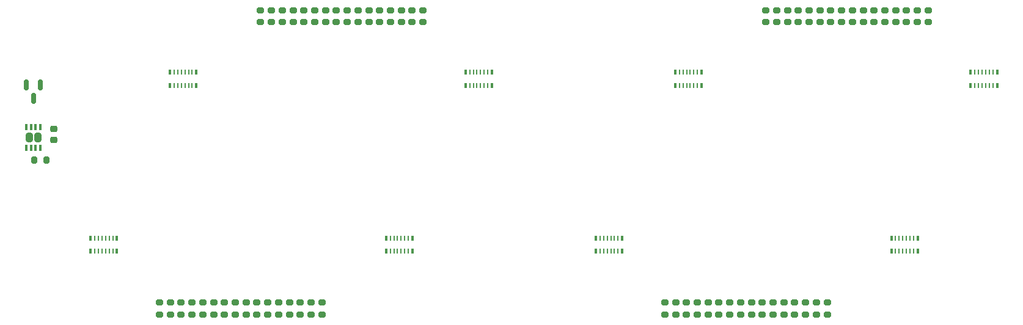
<source format=gbr>
G04 #@! TF.GenerationSoftware,KiCad,Pcbnew,9.0.6*
G04 #@! TF.CreationDate,2025-12-09T20:29:38+01:00*
G04 #@! TF.ProjectId,OM-64DO,4f4d2d36-3444-44f2-9e6b-696361645f70,1A*
G04 #@! TF.SameCoordinates,Original*
G04 #@! TF.FileFunction,Paste,Bot*
G04 #@! TF.FilePolarity,Positive*
%FSLAX46Y46*%
G04 Gerber Fmt 4.6, Leading zero omitted, Abs format (unit mm)*
G04 Created by KiCad (PCBNEW 9.0.6) date 2025-12-09 20:29:38*
%MOMM*%
%LPD*%
G01*
G04 APERTURE LIST*
G04 Aperture macros list*
%AMRoundRect*
0 Rectangle with rounded corners*
0 $1 Rounding radius*
0 $2 $3 $4 $5 $6 $7 $8 $9 X,Y pos of 4 corners*
0 Add a 4 corners polygon primitive as box body*
4,1,4,$2,$3,$4,$5,$6,$7,$8,$9,$2,$3,0*
0 Add four circle primitives for the rounded corners*
1,1,$1+$1,$2,$3*
1,1,$1+$1,$4,$5*
1,1,$1+$1,$6,$7*
1,1,$1+$1,$8,$9*
0 Add four rect primitives between the rounded corners*
20,1,$1+$1,$2,$3,$4,$5,0*
20,1,$1+$1,$4,$5,$6,$7,0*
20,1,$1+$1,$6,$7,$8,$9,0*
20,1,$1+$1,$8,$9,$2,$3,0*%
G04 Aperture macros list end*
%ADD10R,0.425000X0.800000*%
%ADD11R,0.250000X0.800000*%
%ADD12RoundRect,0.200000X0.275000X-0.200000X0.275000X0.200000X-0.275000X0.200000X-0.275000X-0.200000X0*%
%ADD13RoundRect,0.200000X-0.200000X-0.275000X0.200000X-0.275000X0.200000X0.275000X-0.200000X0.275000X0*%
%ADD14RoundRect,0.200000X-0.275000X0.200000X-0.275000X-0.200000X0.275000X-0.200000X0.275000X0.200000X0*%
%ADD15RoundRect,0.150000X-0.150000X0.587500X-0.150000X-0.587500X0.150000X-0.587500X0.150000X0.587500X0*%
%ADD16RoundRect,0.225000X0.250000X-0.225000X0.250000X0.225000X-0.250000X0.225000X-0.250000X-0.225000X0*%
%ADD17RoundRect,0.242500X0.242500X-0.402500X0.242500X0.402500X-0.242500X0.402500X-0.242500X-0.402500X0*%
%ADD18RoundRect,0.075000X0.075000X-0.362500X0.075000X0.362500X-0.075000X0.362500X-0.075000X-0.362500X0*%
G04 APERTURE END LIST*
D10*
G04 #@! TO.C,RN501*
X214062500Y-117900000D03*
D11*
X213475000Y-117900000D03*
X212975000Y-117900000D03*
X212475000Y-117900000D03*
X211975000Y-117900000D03*
X211475000Y-117900000D03*
X210975000Y-117900000D03*
D10*
X210387500Y-117900000D03*
X210387500Y-116100000D03*
D11*
X210975000Y-116100000D03*
X211475000Y-116100000D03*
X211975000Y-116100000D03*
X212475000Y-116100000D03*
X212975000Y-116100000D03*
X213475000Y-116100000D03*
D10*
X214062500Y-116100000D03*
G04 #@! TD*
G04 #@! TO.C,RN202*
X151387500Y-93100000D03*
D11*
X151975000Y-93100000D03*
X152475000Y-93100000D03*
X152975000Y-93100000D03*
X153475000Y-93100000D03*
X153975000Y-93100000D03*
X154475000Y-93100000D03*
D10*
X155062500Y-93100000D03*
X155062500Y-94900000D03*
D11*
X154475000Y-94900000D03*
X153975000Y-94900000D03*
X153475000Y-94900000D03*
X152975000Y-94900000D03*
X152475000Y-94900000D03*
X151975000Y-94900000D03*
D10*
X151387500Y-94900000D03*
G04 #@! TD*
G04 #@! TO.C,RN302*
X221387500Y-93100000D03*
D11*
X221975000Y-93100000D03*
X222475000Y-93100000D03*
X222975000Y-93100000D03*
X223475000Y-93100000D03*
X223975000Y-93100000D03*
X224475000Y-93100000D03*
D10*
X225062500Y-93100000D03*
X225062500Y-94900000D03*
D11*
X224475000Y-94900000D03*
X223975000Y-94900000D03*
X223475000Y-94900000D03*
X222975000Y-94900000D03*
X222475000Y-94900000D03*
X221975000Y-94900000D03*
D10*
X221387500Y-94900000D03*
G04 #@! TD*
G04 #@! TO.C,RN201*
X110437500Y-93100000D03*
D11*
X111025000Y-93100000D03*
X111525000Y-93100000D03*
X112025000Y-93100000D03*
X112525000Y-93100000D03*
X113025000Y-93100000D03*
X113525000Y-93100000D03*
D10*
X114112500Y-93100000D03*
X114112500Y-94900000D03*
D11*
X113525000Y-94900000D03*
X113025000Y-94900000D03*
X112525000Y-94900000D03*
X112025000Y-94900000D03*
X111525000Y-94900000D03*
X111025000Y-94900000D03*
D10*
X110437500Y-94900000D03*
G04 #@! TD*
G04 #@! TO.C,RN401*
X144062500Y-117900000D03*
D11*
X143475000Y-117900000D03*
X142975000Y-117900000D03*
X142475000Y-117900000D03*
X141975000Y-117900000D03*
X141475000Y-117900000D03*
X140975000Y-117900000D03*
D10*
X140387500Y-117900000D03*
X140387500Y-116100000D03*
D11*
X140975000Y-116100000D03*
X141475000Y-116100000D03*
X141975000Y-116100000D03*
X142475000Y-116100000D03*
X142975000Y-116100000D03*
X143475000Y-116100000D03*
D10*
X144062500Y-116100000D03*
G04 #@! TD*
G04 #@! TO.C,RN502*
X173112500Y-117900000D03*
D11*
X172525000Y-117900000D03*
X172025000Y-117900000D03*
X171525000Y-117900000D03*
X171025000Y-117900000D03*
X170525000Y-117900000D03*
X170025000Y-117900000D03*
D10*
X169437500Y-117900000D03*
X169437500Y-116100000D03*
D11*
X170025000Y-116100000D03*
X170525000Y-116100000D03*
X171025000Y-116100000D03*
X171525000Y-116100000D03*
X172025000Y-116100000D03*
X172525000Y-116100000D03*
D10*
X173112500Y-116100000D03*
G04 #@! TD*
G04 #@! TO.C,RN301*
X180437500Y-93100000D03*
D11*
X181025000Y-93100000D03*
X181525000Y-93100000D03*
X182025000Y-93100000D03*
X182525000Y-93100000D03*
X183025000Y-93100000D03*
X183525000Y-93100000D03*
D10*
X184112500Y-93100000D03*
X184112500Y-94900000D03*
D11*
X183525000Y-94900000D03*
X183025000Y-94900000D03*
X182525000Y-94900000D03*
X182025000Y-94900000D03*
X181525000Y-94900000D03*
X181025000Y-94900000D03*
D10*
X180437500Y-94900000D03*
G04 #@! TD*
G04 #@! TO.C,RN402*
X103112500Y-117900000D03*
D11*
X102525000Y-117900000D03*
X102025000Y-117900000D03*
X101525000Y-117900000D03*
X101025000Y-117900000D03*
X100525000Y-117900000D03*
X100025000Y-117900000D03*
D10*
X99437500Y-117900000D03*
X99437500Y-116100000D03*
D11*
X100025000Y-116100000D03*
X100525000Y-116100000D03*
X101025000Y-116100000D03*
X101525000Y-116100000D03*
X102025000Y-116100000D03*
X102525000Y-116100000D03*
D10*
X103112500Y-116100000D03*
G04 #@! TD*
D12*
G04 #@! TO.C,R317*
X214000000Y-86150000D03*
X214000000Y-84500000D03*
G04 #@! TD*
D13*
G04 #@! TO.C,R102*
X91675000Y-105225000D03*
X93325000Y-105225000D03*
G04 #@! TD*
D12*
G04 #@! TO.C,R318*
X215500000Y-86150000D03*
X215500000Y-84500000D03*
G04 #@! TD*
D14*
G04 #@! TO.C,R506*
X197000000Y-125000000D03*
X197000000Y-126650000D03*
G04 #@! TD*
D15*
G04 #@! TO.C,D101*
X90575000Y-94850000D03*
X92475000Y-94850000D03*
X91525000Y-96725000D03*
G04 #@! TD*
D14*
G04 #@! TO.C,R505*
X198500000Y-125000000D03*
X198500000Y-126650000D03*
G04 #@! TD*
D12*
G04 #@! TO.C,R214*
X139500000Y-86150000D03*
X139500000Y-84500000D03*
G04 #@! TD*
D14*
G04 #@! TO.C,R516*
X182000000Y-125000000D03*
X182000000Y-126650000D03*
G04 #@! TD*
D12*
G04 #@! TO.C,R208*
X130500000Y-86150000D03*
X130500000Y-84500000D03*
G04 #@! TD*
G04 #@! TO.C,R313*
X208000000Y-86150000D03*
X208000000Y-84500000D03*
G04 #@! TD*
G04 #@! TO.C,R304*
X194500000Y-86150000D03*
X194500000Y-84500000D03*
G04 #@! TD*
G04 #@! TO.C,R216*
X142500000Y-86150000D03*
X142500000Y-84500000D03*
G04 #@! TD*
D14*
G04 #@! TO.C,R410*
X121000000Y-125000000D03*
X121000000Y-126650000D03*
G04 #@! TD*
D12*
G04 #@! TO.C,R315*
X211000000Y-86150000D03*
X211000000Y-84500000D03*
G04 #@! TD*
G04 #@! TO.C,R203*
X123000000Y-86150000D03*
X123000000Y-84500000D03*
G04 #@! TD*
G04 #@! TO.C,R303*
X193000000Y-86150000D03*
X193000000Y-84500000D03*
G04 #@! TD*
D14*
G04 #@! TO.C,R514*
X185000000Y-125000000D03*
X185000000Y-126650000D03*
G04 #@! TD*
D12*
G04 #@! TO.C,R308*
X200500000Y-86150000D03*
X200500000Y-84500000D03*
G04 #@! TD*
G04 #@! TO.C,R312*
X206500000Y-86150000D03*
X206500000Y-84500000D03*
G04 #@! TD*
G04 #@! TO.C,R307*
X199000000Y-86150000D03*
X199000000Y-84500000D03*
G04 #@! TD*
D14*
G04 #@! TO.C,R412*
X118000000Y-125000000D03*
X118000000Y-126650000D03*
G04 #@! TD*
G04 #@! TO.C,R513*
X186500000Y-125000000D03*
X186500000Y-126650000D03*
G04 #@! TD*
D12*
G04 #@! TO.C,R306*
X197500000Y-86150000D03*
X197500000Y-84500000D03*
G04 #@! TD*
D14*
G04 #@! TO.C,R411*
X119500000Y-125000000D03*
X119500000Y-126650000D03*
G04 #@! TD*
D16*
G04 #@! TO.C,C103*
X94350000Y-102500000D03*
X94350000Y-100950000D03*
G04 #@! TD*
D14*
G04 #@! TO.C,R406*
X127000000Y-125000000D03*
X127000000Y-126650000D03*
G04 #@! TD*
D12*
G04 #@! TO.C,R309*
X202000000Y-86150000D03*
X202000000Y-84500000D03*
G04 #@! TD*
D14*
G04 #@! TO.C,R509*
X192500000Y-125000000D03*
X192500000Y-126650000D03*
G04 #@! TD*
D17*
G04 #@! TO.C,U102*
X90925000Y-102162500D03*
X92125000Y-102162500D03*
D18*
X92500000Y-103600000D03*
X91850000Y-103600000D03*
X91200000Y-103600000D03*
X90550000Y-103600000D03*
X90550000Y-100725000D03*
X91200000Y-100725000D03*
X91850000Y-100725000D03*
X92500000Y-100725000D03*
G04 #@! TD*
D12*
G04 #@! TO.C,R310*
X203500000Y-86150000D03*
X203500000Y-84500000D03*
G04 #@! TD*
D14*
G04 #@! TO.C,R515*
X183500000Y-125000000D03*
X183500000Y-126650000D03*
G04 #@! TD*
G04 #@! TO.C,R404*
X130000000Y-125000000D03*
X130000000Y-126650000D03*
G04 #@! TD*
G04 #@! TO.C,R413*
X116500000Y-125000000D03*
X116500000Y-126650000D03*
G04 #@! TD*
D12*
G04 #@! TO.C,R211*
X135000000Y-86150000D03*
X135000000Y-84500000D03*
G04 #@! TD*
G04 #@! TO.C,R205*
X126000000Y-86150000D03*
X126000000Y-84500000D03*
G04 #@! TD*
D14*
G04 #@! TO.C,R415*
X113500000Y-125000000D03*
X113500000Y-126650000D03*
G04 #@! TD*
D12*
G04 #@! TO.C,R206*
X127500000Y-86150000D03*
X127500000Y-84500000D03*
G04 #@! TD*
D14*
G04 #@! TO.C,R417*
X110500000Y-125000000D03*
X110500000Y-126650000D03*
G04 #@! TD*
D12*
G04 #@! TO.C,R218*
X145500000Y-86150000D03*
X145500000Y-84500000D03*
G04 #@! TD*
D14*
G04 #@! TO.C,R517*
X180500000Y-125000000D03*
X180500000Y-126650000D03*
G04 #@! TD*
D12*
G04 #@! TO.C,R213*
X138000000Y-86150000D03*
X138000000Y-84500000D03*
G04 #@! TD*
D14*
G04 #@! TO.C,R414*
X115000000Y-125000000D03*
X115000000Y-126650000D03*
G04 #@! TD*
D12*
G04 #@! TO.C,R311*
X205000000Y-86150000D03*
X205000000Y-84500000D03*
G04 #@! TD*
G04 #@! TO.C,R305*
X196000000Y-86150000D03*
X196000000Y-84500000D03*
G04 #@! TD*
D14*
G04 #@! TO.C,R503*
X201500000Y-125000000D03*
X201500000Y-126650000D03*
G04 #@! TD*
G04 #@! TO.C,R518*
X179000000Y-125000000D03*
X179000000Y-126650000D03*
G04 #@! TD*
G04 #@! TO.C,R409*
X122500000Y-125000000D03*
X122500000Y-126650000D03*
G04 #@! TD*
G04 #@! TO.C,R511*
X189500000Y-125000000D03*
X189500000Y-126650000D03*
G04 #@! TD*
G04 #@! TO.C,R510*
X191000000Y-125000000D03*
X191000000Y-126650000D03*
G04 #@! TD*
D12*
G04 #@! TO.C,R207*
X129000000Y-86150000D03*
X129000000Y-84500000D03*
G04 #@! TD*
D14*
G04 #@! TO.C,R418*
X109000000Y-125000000D03*
X109000000Y-126650000D03*
G04 #@! TD*
D12*
G04 #@! TO.C,R204*
X124500000Y-86150000D03*
X124500000Y-84500000D03*
G04 #@! TD*
G04 #@! TO.C,R217*
X144000000Y-86150000D03*
X144000000Y-84500000D03*
G04 #@! TD*
G04 #@! TO.C,R210*
X133500000Y-86150000D03*
X133500000Y-84500000D03*
G04 #@! TD*
D14*
G04 #@! TO.C,R408*
X124000000Y-125000000D03*
X124000000Y-126650000D03*
G04 #@! TD*
D12*
G04 #@! TO.C,R316*
X212500000Y-86150000D03*
X212500000Y-84500000D03*
G04 #@! TD*
D14*
G04 #@! TO.C,R416*
X112000000Y-125000000D03*
X112000000Y-126650000D03*
G04 #@! TD*
G04 #@! TO.C,R512*
X188000000Y-125000000D03*
X188000000Y-126650000D03*
G04 #@! TD*
G04 #@! TO.C,R407*
X125500000Y-125000000D03*
X125500000Y-126650000D03*
G04 #@! TD*
D12*
G04 #@! TO.C,R314*
X209500000Y-86150000D03*
X209500000Y-84500000D03*
G04 #@! TD*
D14*
G04 #@! TO.C,R405*
X128500000Y-125000000D03*
X128500000Y-126650000D03*
G04 #@! TD*
G04 #@! TO.C,R403*
X131500000Y-125000000D03*
X131500000Y-126650000D03*
G04 #@! TD*
G04 #@! TO.C,R504*
X200000000Y-125000000D03*
X200000000Y-126650000D03*
G04 #@! TD*
G04 #@! TO.C,R507*
X195500000Y-125000000D03*
X195500000Y-126650000D03*
G04 #@! TD*
G04 #@! TO.C,R508*
X194000000Y-125000000D03*
X194000000Y-126650000D03*
G04 #@! TD*
D12*
G04 #@! TO.C,R215*
X141000000Y-86150000D03*
X141000000Y-84500000D03*
G04 #@! TD*
G04 #@! TO.C,R212*
X136500000Y-86150000D03*
X136500000Y-84500000D03*
G04 #@! TD*
G04 #@! TO.C,R209*
X132000000Y-86150000D03*
X132000000Y-84500000D03*
G04 #@! TD*
M02*

</source>
